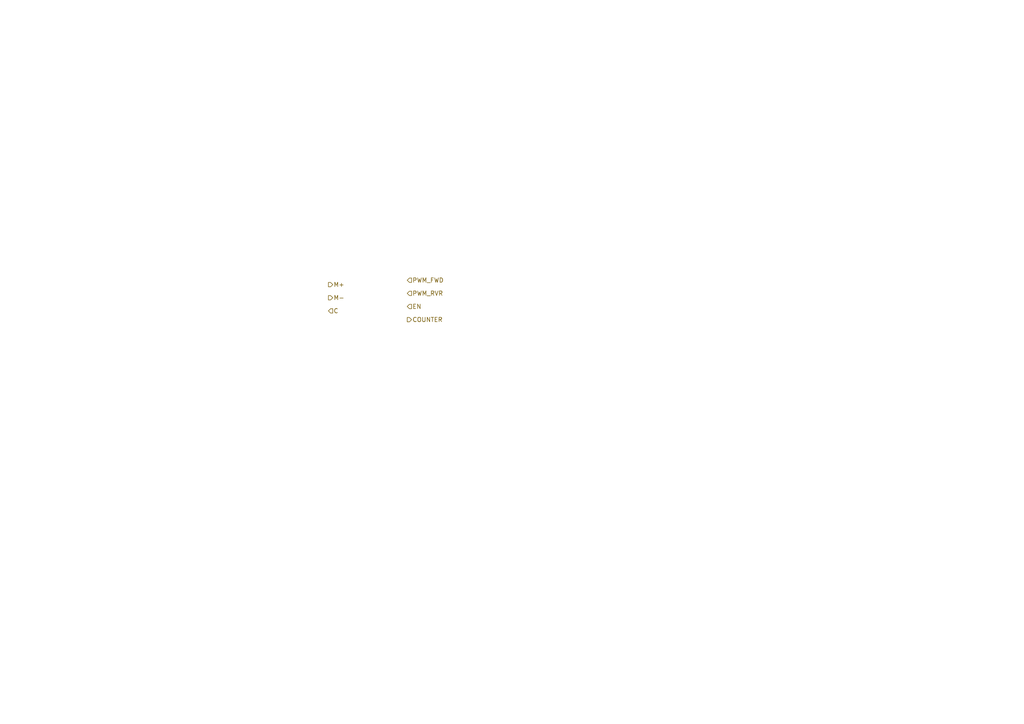
<source format=kicad_sch>
(kicad_sch
	(version 20231120)
	(generator "eeschema")
	(generator_version "8.0")
	(uuid "1d2636bb-08a0-4340-87ef-dc4b64be05a0")
	(paper "A4")
	(lib_symbols)
	(hierarchical_label "M-"
		(shape output)
		(at 95.25 86.36 0)
		(fields_autoplaced yes)
		(effects
			(font
				(size 1.27 1.27)
			)
			(justify left)
		)
		(uuid "0273b7b0-a8f1-4a73-9b03-5ab8629021a2")
	)
	(hierarchical_label "C"
		(shape input)
		(at 95.25 90.17 0)
		(fields_autoplaced yes)
		(effects
			(font
				(size 1.27 1.27)
			)
			(justify left)
		)
		(uuid "08f20eab-49b5-4316-8ad1-98b739902479")
	)
	(hierarchical_label "PWM_FWD"
		(shape input)
		(at 118.11 81.28 0)
		(fields_autoplaced yes)
		(effects
			(font
				(size 1.27 1.27)
			)
			(justify left)
		)
		(uuid "1e9c32ce-1f98-448c-94bd-8951c63d85ef")
	)
	(hierarchical_label "PWM_RVR"
		(shape input)
		(at 118.11 85.09 0)
		(fields_autoplaced yes)
		(effects
			(font
				(size 1.27 1.27)
			)
			(justify left)
		)
		(uuid "480b64cb-e39d-4dda-981d-bfc2de141c00")
	)
	(hierarchical_label "COUNTER"
		(shape output)
		(at 118.11 92.71 0)
		(fields_autoplaced yes)
		(effects
			(font
				(size 1.27 1.27)
			)
			(justify left)
		)
		(uuid "79d937fa-a78f-4785-a51b-0866e2efb73d")
	)
	(hierarchical_label "EN"
		(shape input)
		(at 118.11 88.9 0)
		(fields_autoplaced yes)
		(effects
			(font
				(size 1.27 1.27)
			)
			(justify left)
		)
		(uuid "9e15ed2a-c455-46a9-a3c1-9b2c49163616")
	)
	(hierarchical_label "M+"
		(shape output)
		(at 95.25 82.55 0)
		(fields_autoplaced yes)
		(effects
			(font
				(size 1.27 1.27)
			)
			(justify left)
		)
		(uuid "c598baa6-f5cb-4166-bd9d-c229b5571cac")
	)
)
</source>
